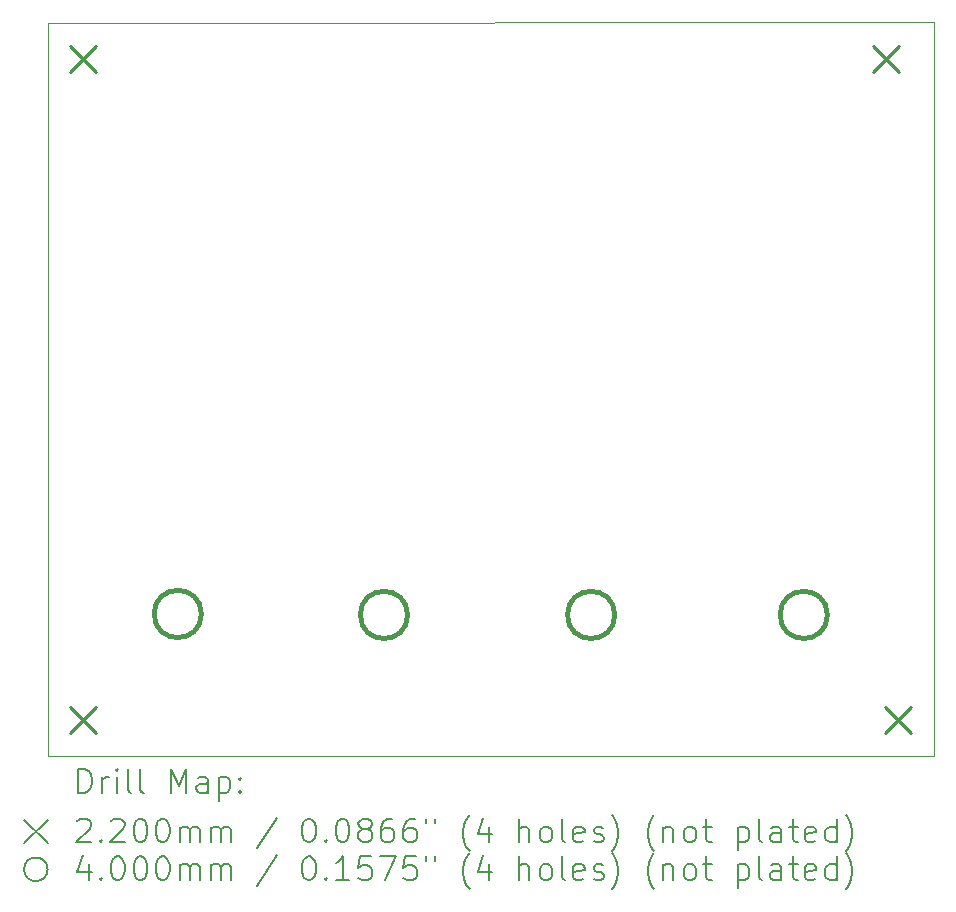
<source format=gbr>
%TF.GenerationSoftware,KiCad,Pcbnew,9.0.0*%
%TF.CreationDate,2025-03-03T22:53:20+00:00*%
%TF.ProjectId,controller,636f6e74-726f-46c6-9c65-722e6b696361,rev?*%
%TF.SameCoordinates,Original*%
%TF.FileFunction,Drillmap*%
%TF.FilePolarity,Positive*%
%FSLAX45Y45*%
G04 Gerber Fmt 4.5, Leading zero omitted, Abs format (unit mm)*
G04 Created by KiCad (PCBNEW 9.0.0) date 2025-03-03 22:53:20*
%MOMM*%
%LPD*%
G01*
G04 APERTURE LIST*
%ADD10C,0.038100*%
%ADD11C,0.200000*%
%ADD12C,0.220000*%
%ADD13C,0.400000*%
G04 APERTURE END LIST*
D10*
X18100000Y-11500000D02*
X18100000Y-5290000D01*
X10600000Y-5300000D02*
X10600000Y-11500000D01*
X10600000Y-11500000D02*
X18100000Y-11500000D01*
X10600000Y-5300000D02*
X18100000Y-5290000D01*
D11*
D12*
X10790000Y-5490000D02*
X11010000Y-5710000D01*
X11010000Y-5490000D02*
X10790000Y-5710000D01*
X10790000Y-11090000D02*
X11010000Y-11310000D01*
X11010000Y-11090000D02*
X10790000Y-11310000D01*
X17590000Y-5490000D02*
X17810000Y-5710000D01*
X17810000Y-5490000D02*
X17590000Y-5710000D01*
X17690000Y-11090000D02*
X17910000Y-11310000D01*
X17910000Y-11090000D02*
X17690000Y-11310000D01*
D13*
X11900000Y-10300000D02*
G75*
G02*
X11500000Y-10300000I-200000J0D01*
G01*
X11500000Y-10300000D02*
G75*
G02*
X11900000Y-10300000I200000J0D01*
G01*
X13646000Y-10308000D02*
G75*
G02*
X13246000Y-10308000I-200000J0D01*
G01*
X13246000Y-10308000D02*
G75*
G02*
X13646000Y-10308000I200000J0D01*
G01*
X15400000Y-10308000D02*
G75*
G02*
X15000000Y-10308000I-200000J0D01*
G01*
X15000000Y-10308000D02*
G75*
G02*
X15400000Y-10308000I200000J0D01*
G01*
X17200000Y-10308000D02*
G75*
G02*
X16800000Y-10308000I-200000J0D01*
G01*
X16800000Y-10308000D02*
G75*
G02*
X17200000Y-10308000I200000J0D01*
G01*
D11*
X10858872Y-11813389D02*
X10858872Y-11613389D01*
X10858872Y-11613389D02*
X10906491Y-11613389D01*
X10906491Y-11613389D02*
X10935062Y-11622913D01*
X10935062Y-11622913D02*
X10954110Y-11641960D01*
X10954110Y-11641960D02*
X10963634Y-11661008D01*
X10963634Y-11661008D02*
X10973158Y-11699103D01*
X10973158Y-11699103D02*
X10973158Y-11727674D01*
X10973158Y-11727674D02*
X10963634Y-11765770D01*
X10963634Y-11765770D02*
X10954110Y-11784817D01*
X10954110Y-11784817D02*
X10935062Y-11803865D01*
X10935062Y-11803865D02*
X10906491Y-11813389D01*
X10906491Y-11813389D02*
X10858872Y-11813389D01*
X11058872Y-11813389D02*
X11058872Y-11680055D01*
X11058872Y-11718151D02*
X11068396Y-11699103D01*
X11068396Y-11699103D02*
X11077919Y-11689579D01*
X11077919Y-11689579D02*
X11096967Y-11680055D01*
X11096967Y-11680055D02*
X11116015Y-11680055D01*
X11182681Y-11813389D02*
X11182681Y-11680055D01*
X11182681Y-11613389D02*
X11173158Y-11622913D01*
X11173158Y-11622913D02*
X11182681Y-11632436D01*
X11182681Y-11632436D02*
X11192205Y-11622913D01*
X11192205Y-11622913D02*
X11182681Y-11613389D01*
X11182681Y-11613389D02*
X11182681Y-11632436D01*
X11306491Y-11813389D02*
X11287443Y-11803865D01*
X11287443Y-11803865D02*
X11277919Y-11784817D01*
X11277919Y-11784817D02*
X11277919Y-11613389D01*
X11411253Y-11813389D02*
X11392205Y-11803865D01*
X11392205Y-11803865D02*
X11382681Y-11784817D01*
X11382681Y-11784817D02*
X11382681Y-11613389D01*
X11639824Y-11813389D02*
X11639824Y-11613389D01*
X11639824Y-11613389D02*
X11706491Y-11756246D01*
X11706491Y-11756246D02*
X11773157Y-11613389D01*
X11773157Y-11613389D02*
X11773157Y-11813389D01*
X11954110Y-11813389D02*
X11954110Y-11708627D01*
X11954110Y-11708627D02*
X11944586Y-11689579D01*
X11944586Y-11689579D02*
X11925538Y-11680055D01*
X11925538Y-11680055D02*
X11887443Y-11680055D01*
X11887443Y-11680055D02*
X11868396Y-11689579D01*
X11954110Y-11803865D02*
X11935062Y-11813389D01*
X11935062Y-11813389D02*
X11887443Y-11813389D01*
X11887443Y-11813389D02*
X11868396Y-11803865D01*
X11868396Y-11803865D02*
X11858872Y-11784817D01*
X11858872Y-11784817D02*
X11858872Y-11765770D01*
X11858872Y-11765770D02*
X11868396Y-11746722D01*
X11868396Y-11746722D02*
X11887443Y-11737198D01*
X11887443Y-11737198D02*
X11935062Y-11737198D01*
X11935062Y-11737198D02*
X11954110Y-11727674D01*
X12049348Y-11680055D02*
X12049348Y-11880055D01*
X12049348Y-11689579D02*
X12068396Y-11680055D01*
X12068396Y-11680055D02*
X12106491Y-11680055D01*
X12106491Y-11680055D02*
X12125538Y-11689579D01*
X12125538Y-11689579D02*
X12135062Y-11699103D01*
X12135062Y-11699103D02*
X12144586Y-11718151D01*
X12144586Y-11718151D02*
X12144586Y-11775293D01*
X12144586Y-11775293D02*
X12135062Y-11794341D01*
X12135062Y-11794341D02*
X12125538Y-11803865D01*
X12125538Y-11803865D02*
X12106491Y-11813389D01*
X12106491Y-11813389D02*
X12068396Y-11813389D01*
X12068396Y-11813389D02*
X12049348Y-11803865D01*
X12230300Y-11794341D02*
X12239824Y-11803865D01*
X12239824Y-11803865D02*
X12230300Y-11813389D01*
X12230300Y-11813389D02*
X12220777Y-11803865D01*
X12220777Y-11803865D02*
X12230300Y-11794341D01*
X12230300Y-11794341D02*
X12230300Y-11813389D01*
X12230300Y-11689579D02*
X12239824Y-11699103D01*
X12239824Y-11699103D02*
X12230300Y-11708627D01*
X12230300Y-11708627D02*
X12220777Y-11699103D01*
X12220777Y-11699103D02*
X12230300Y-11689579D01*
X12230300Y-11689579D02*
X12230300Y-11708627D01*
X10398095Y-12041905D02*
X10598095Y-12241905D01*
X10598095Y-12041905D02*
X10398095Y-12241905D01*
X10849348Y-12052436D02*
X10858872Y-12042913D01*
X10858872Y-12042913D02*
X10877919Y-12033389D01*
X10877919Y-12033389D02*
X10925539Y-12033389D01*
X10925539Y-12033389D02*
X10944586Y-12042913D01*
X10944586Y-12042913D02*
X10954110Y-12052436D01*
X10954110Y-12052436D02*
X10963634Y-12071484D01*
X10963634Y-12071484D02*
X10963634Y-12090532D01*
X10963634Y-12090532D02*
X10954110Y-12119103D01*
X10954110Y-12119103D02*
X10839824Y-12233389D01*
X10839824Y-12233389D02*
X10963634Y-12233389D01*
X11049348Y-12214341D02*
X11058872Y-12223865D01*
X11058872Y-12223865D02*
X11049348Y-12233389D01*
X11049348Y-12233389D02*
X11039824Y-12223865D01*
X11039824Y-12223865D02*
X11049348Y-12214341D01*
X11049348Y-12214341D02*
X11049348Y-12233389D01*
X11135062Y-12052436D02*
X11144586Y-12042913D01*
X11144586Y-12042913D02*
X11163634Y-12033389D01*
X11163634Y-12033389D02*
X11211253Y-12033389D01*
X11211253Y-12033389D02*
X11230300Y-12042913D01*
X11230300Y-12042913D02*
X11239824Y-12052436D01*
X11239824Y-12052436D02*
X11249348Y-12071484D01*
X11249348Y-12071484D02*
X11249348Y-12090532D01*
X11249348Y-12090532D02*
X11239824Y-12119103D01*
X11239824Y-12119103D02*
X11125539Y-12233389D01*
X11125539Y-12233389D02*
X11249348Y-12233389D01*
X11373157Y-12033389D02*
X11392205Y-12033389D01*
X11392205Y-12033389D02*
X11411253Y-12042913D01*
X11411253Y-12042913D02*
X11420777Y-12052436D01*
X11420777Y-12052436D02*
X11430300Y-12071484D01*
X11430300Y-12071484D02*
X11439824Y-12109579D01*
X11439824Y-12109579D02*
X11439824Y-12157198D01*
X11439824Y-12157198D02*
X11430300Y-12195293D01*
X11430300Y-12195293D02*
X11420777Y-12214341D01*
X11420777Y-12214341D02*
X11411253Y-12223865D01*
X11411253Y-12223865D02*
X11392205Y-12233389D01*
X11392205Y-12233389D02*
X11373157Y-12233389D01*
X11373157Y-12233389D02*
X11354110Y-12223865D01*
X11354110Y-12223865D02*
X11344586Y-12214341D01*
X11344586Y-12214341D02*
X11335062Y-12195293D01*
X11335062Y-12195293D02*
X11325538Y-12157198D01*
X11325538Y-12157198D02*
X11325538Y-12109579D01*
X11325538Y-12109579D02*
X11335062Y-12071484D01*
X11335062Y-12071484D02*
X11344586Y-12052436D01*
X11344586Y-12052436D02*
X11354110Y-12042913D01*
X11354110Y-12042913D02*
X11373157Y-12033389D01*
X11563634Y-12033389D02*
X11582681Y-12033389D01*
X11582681Y-12033389D02*
X11601729Y-12042913D01*
X11601729Y-12042913D02*
X11611253Y-12052436D01*
X11611253Y-12052436D02*
X11620777Y-12071484D01*
X11620777Y-12071484D02*
X11630300Y-12109579D01*
X11630300Y-12109579D02*
X11630300Y-12157198D01*
X11630300Y-12157198D02*
X11620777Y-12195293D01*
X11620777Y-12195293D02*
X11611253Y-12214341D01*
X11611253Y-12214341D02*
X11601729Y-12223865D01*
X11601729Y-12223865D02*
X11582681Y-12233389D01*
X11582681Y-12233389D02*
X11563634Y-12233389D01*
X11563634Y-12233389D02*
X11544586Y-12223865D01*
X11544586Y-12223865D02*
X11535062Y-12214341D01*
X11535062Y-12214341D02*
X11525538Y-12195293D01*
X11525538Y-12195293D02*
X11516015Y-12157198D01*
X11516015Y-12157198D02*
X11516015Y-12109579D01*
X11516015Y-12109579D02*
X11525538Y-12071484D01*
X11525538Y-12071484D02*
X11535062Y-12052436D01*
X11535062Y-12052436D02*
X11544586Y-12042913D01*
X11544586Y-12042913D02*
X11563634Y-12033389D01*
X11716015Y-12233389D02*
X11716015Y-12100055D01*
X11716015Y-12119103D02*
X11725538Y-12109579D01*
X11725538Y-12109579D02*
X11744586Y-12100055D01*
X11744586Y-12100055D02*
X11773158Y-12100055D01*
X11773158Y-12100055D02*
X11792205Y-12109579D01*
X11792205Y-12109579D02*
X11801729Y-12128627D01*
X11801729Y-12128627D02*
X11801729Y-12233389D01*
X11801729Y-12128627D02*
X11811253Y-12109579D01*
X11811253Y-12109579D02*
X11830300Y-12100055D01*
X11830300Y-12100055D02*
X11858872Y-12100055D01*
X11858872Y-12100055D02*
X11877919Y-12109579D01*
X11877919Y-12109579D02*
X11887443Y-12128627D01*
X11887443Y-12128627D02*
X11887443Y-12233389D01*
X11982681Y-12233389D02*
X11982681Y-12100055D01*
X11982681Y-12119103D02*
X11992205Y-12109579D01*
X11992205Y-12109579D02*
X12011253Y-12100055D01*
X12011253Y-12100055D02*
X12039824Y-12100055D01*
X12039824Y-12100055D02*
X12058872Y-12109579D01*
X12058872Y-12109579D02*
X12068396Y-12128627D01*
X12068396Y-12128627D02*
X12068396Y-12233389D01*
X12068396Y-12128627D02*
X12077919Y-12109579D01*
X12077919Y-12109579D02*
X12096967Y-12100055D01*
X12096967Y-12100055D02*
X12125538Y-12100055D01*
X12125538Y-12100055D02*
X12144586Y-12109579D01*
X12144586Y-12109579D02*
X12154110Y-12128627D01*
X12154110Y-12128627D02*
X12154110Y-12233389D01*
X12544586Y-12023865D02*
X12373158Y-12281008D01*
X12801729Y-12033389D02*
X12820777Y-12033389D01*
X12820777Y-12033389D02*
X12839824Y-12042913D01*
X12839824Y-12042913D02*
X12849348Y-12052436D01*
X12849348Y-12052436D02*
X12858872Y-12071484D01*
X12858872Y-12071484D02*
X12868396Y-12109579D01*
X12868396Y-12109579D02*
X12868396Y-12157198D01*
X12868396Y-12157198D02*
X12858872Y-12195293D01*
X12858872Y-12195293D02*
X12849348Y-12214341D01*
X12849348Y-12214341D02*
X12839824Y-12223865D01*
X12839824Y-12223865D02*
X12820777Y-12233389D01*
X12820777Y-12233389D02*
X12801729Y-12233389D01*
X12801729Y-12233389D02*
X12782681Y-12223865D01*
X12782681Y-12223865D02*
X12773158Y-12214341D01*
X12773158Y-12214341D02*
X12763634Y-12195293D01*
X12763634Y-12195293D02*
X12754110Y-12157198D01*
X12754110Y-12157198D02*
X12754110Y-12109579D01*
X12754110Y-12109579D02*
X12763634Y-12071484D01*
X12763634Y-12071484D02*
X12773158Y-12052436D01*
X12773158Y-12052436D02*
X12782681Y-12042913D01*
X12782681Y-12042913D02*
X12801729Y-12033389D01*
X12954110Y-12214341D02*
X12963634Y-12223865D01*
X12963634Y-12223865D02*
X12954110Y-12233389D01*
X12954110Y-12233389D02*
X12944586Y-12223865D01*
X12944586Y-12223865D02*
X12954110Y-12214341D01*
X12954110Y-12214341D02*
X12954110Y-12233389D01*
X13087443Y-12033389D02*
X13106491Y-12033389D01*
X13106491Y-12033389D02*
X13125539Y-12042913D01*
X13125539Y-12042913D02*
X13135062Y-12052436D01*
X13135062Y-12052436D02*
X13144586Y-12071484D01*
X13144586Y-12071484D02*
X13154110Y-12109579D01*
X13154110Y-12109579D02*
X13154110Y-12157198D01*
X13154110Y-12157198D02*
X13144586Y-12195293D01*
X13144586Y-12195293D02*
X13135062Y-12214341D01*
X13135062Y-12214341D02*
X13125539Y-12223865D01*
X13125539Y-12223865D02*
X13106491Y-12233389D01*
X13106491Y-12233389D02*
X13087443Y-12233389D01*
X13087443Y-12233389D02*
X13068396Y-12223865D01*
X13068396Y-12223865D02*
X13058872Y-12214341D01*
X13058872Y-12214341D02*
X13049348Y-12195293D01*
X13049348Y-12195293D02*
X13039824Y-12157198D01*
X13039824Y-12157198D02*
X13039824Y-12109579D01*
X13039824Y-12109579D02*
X13049348Y-12071484D01*
X13049348Y-12071484D02*
X13058872Y-12052436D01*
X13058872Y-12052436D02*
X13068396Y-12042913D01*
X13068396Y-12042913D02*
X13087443Y-12033389D01*
X13268396Y-12119103D02*
X13249348Y-12109579D01*
X13249348Y-12109579D02*
X13239824Y-12100055D01*
X13239824Y-12100055D02*
X13230301Y-12081008D01*
X13230301Y-12081008D02*
X13230301Y-12071484D01*
X13230301Y-12071484D02*
X13239824Y-12052436D01*
X13239824Y-12052436D02*
X13249348Y-12042913D01*
X13249348Y-12042913D02*
X13268396Y-12033389D01*
X13268396Y-12033389D02*
X13306491Y-12033389D01*
X13306491Y-12033389D02*
X13325539Y-12042913D01*
X13325539Y-12042913D02*
X13335062Y-12052436D01*
X13335062Y-12052436D02*
X13344586Y-12071484D01*
X13344586Y-12071484D02*
X13344586Y-12081008D01*
X13344586Y-12081008D02*
X13335062Y-12100055D01*
X13335062Y-12100055D02*
X13325539Y-12109579D01*
X13325539Y-12109579D02*
X13306491Y-12119103D01*
X13306491Y-12119103D02*
X13268396Y-12119103D01*
X13268396Y-12119103D02*
X13249348Y-12128627D01*
X13249348Y-12128627D02*
X13239824Y-12138151D01*
X13239824Y-12138151D02*
X13230301Y-12157198D01*
X13230301Y-12157198D02*
X13230301Y-12195293D01*
X13230301Y-12195293D02*
X13239824Y-12214341D01*
X13239824Y-12214341D02*
X13249348Y-12223865D01*
X13249348Y-12223865D02*
X13268396Y-12233389D01*
X13268396Y-12233389D02*
X13306491Y-12233389D01*
X13306491Y-12233389D02*
X13325539Y-12223865D01*
X13325539Y-12223865D02*
X13335062Y-12214341D01*
X13335062Y-12214341D02*
X13344586Y-12195293D01*
X13344586Y-12195293D02*
X13344586Y-12157198D01*
X13344586Y-12157198D02*
X13335062Y-12138151D01*
X13335062Y-12138151D02*
X13325539Y-12128627D01*
X13325539Y-12128627D02*
X13306491Y-12119103D01*
X13516015Y-12033389D02*
X13477920Y-12033389D01*
X13477920Y-12033389D02*
X13458872Y-12042913D01*
X13458872Y-12042913D02*
X13449348Y-12052436D01*
X13449348Y-12052436D02*
X13430301Y-12081008D01*
X13430301Y-12081008D02*
X13420777Y-12119103D01*
X13420777Y-12119103D02*
X13420777Y-12195293D01*
X13420777Y-12195293D02*
X13430301Y-12214341D01*
X13430301Y-12214341D02*
X13439824Y-12223865D01*
X13439824Y-12223865D02*
X13458872Y-12233389D01*
X13458872Y-12233389D02*
X13496967Y-12233389D01*
X13496967Y-12233389D02*
X13516015Y-12223865D01*
X13516015Y-12223865D02*
X13525539Y-12214341D01*
X13525539Y-12214341D02*
X13535062Y-12195293D01*
X13535062Y-12195293D02*
X13535062Y-12147674D01*
X13535062Y-12147674D02*
X13525539Y-12128627D01*
X13525539Y-12128627D02*
X13516015Y-12119103D01*
X13516015Y-12119103D02*
X13496967Y-12109579D01*
X13496967Y-12109579D02*
X13458872Y-12109579D01*
X13458872Y-12109579D02*
X13439824Y-12119103D01*
X13439824Y-12119103D02*
X13430301Y-12128627D01*
X13430301Y-12128627D02*
X13420777Y-12147674D01*
X13706491Y-12033389D02*
X13668396Y-12033389D01*
X13668396Y-12033389D02*
X13649348Y-12042913D01*
X13649348Y-12042913D02*
X13639824Y-12052436D01*
X13639824Y-12052436D02*
X13620777Y-12081008D01*
X13620777Y-12081008D02*
X13611253Y-12119103D01*
X13611253Y-12119103D02*
X13611253Y-12195293D01*
X13611253Y-12195293D02*
X13620777Y-12214341D01*
X13620777Y-12214341D02*
X13630301Y-12223865D01*
X13630301Y-12223865D02*
X13649348Y-12233389D01*
X13649348Y-12233389D02*
X13687443Y-12233389D01*
X13687443Y-12233389D02*
X13706491Y-12223865D01*
X13706491Y-12223865D02*
X13716015Y-12214341D01*
X13716015Y-12214341D02*
X13725539Y-12195293D01*
X13725539Y-12195293D02*
X13725539Y-12147674D01*
X13725539Y-12147674D02*
X13716015Y-12128627D01*
X13716015Y-12128627D02*
X13706491Y-12119103D01*
X13706491Y-12119103D02*
X13687443Y-12109579D01*
X13687443Y-12109579D02*
X13649348Y-12109579D01*
X13649348Y-12109579D02*
X13630301Y-12119103D01*
X13630301Y-12119103D02*
X13620777Y-12128627D01*
X13620777Y-12128627D02*
X13611253Y-12147674D01*
X13801729Y-12033389D02*
X13801729Y-12071484D01*
X13877920Y-12033389D02*
X13877920Y-12071484D01*
X14173158Y-12309579D02*
X14163634Y-12300055D01*
X14163634Y-12300055D02*
X14144586Y-12271484D01*
X14144586Y-12271484D02*
X14135063Y-12252436D01*
X14135063Y-12252436D02*
X14125539Y-12223865D01*
X14125539Y-12223865D02*
X14116015Y-12176246D01*
X14116015Y-12176246D02*
X14116015Y-12138151D01*
X14116015Y-12138151D02*
X14125539Y-12090532D01*
X14125539Y-12090532D02*
X14135063Y-12061960D01*
X14135063Y-12061960D02*
X14144586Y-12042913D01*
X14144586Y-12042913D02*
X14163634Y-12014341D01*
X14163634Y-12014341D02*
X14173158Y-12004817D01*
X14335063Y-12100055D02*
X14335063Y-12233389D01*
X14287443Y-12023865D02*
X14239824Y-12166722D01*
X14239824Y-12166722D02*
X14363634Y-12166722D01*
X14592205Y-12233389D02*
X14592205Y-12033389D01*
X14677920Y-12233389D02*
X14677920Y-12128627D01*
X14677920Y-12128627D02*
X14668396Y-12109579D01*
X14668396Y-12109579D02*
X14649348Y-12100055D01*
X14649348Y-12100055D02*
X14620777Y-12100055D01*
X14620777Y-12100055D02*
X14601729Y-12109579D01*
X14601729Y-12109579D02*
X14592205Y-12119103D01*
X14801729Y-12233389D02*
X14782682Y-12223865D01*
X14782682Y-12223865D02*
X14773158Y-12214341D01*
X14773158Y-12214341D02*
X14763634Y-12195293D01*
X14763634Y-12195293D02*
X14763634Y-12138151D01*
X14763634Y-12138151D02*
X14773158Y-12119103D01*
X14773158Y-12119103D02*
X14782682Y-12109579D01*
X14782682Y-12109579D02*
X14801729Y-12100055D01*
X14801729Y-12100055D02*
X14830301Y-12100055D01*
X14830301Y-12100055D02*
X14849348Y-12109579D01*
X14849348Y-12109579D02*
X14858872Y-12119103D01*
X14858872Y-12119103D02*
X14868396Y-12138151D01*
X14868396Y-12138151D02*
X14868396Y-12195293D01*
X14868396Y-12195293D02*
X14858872Y-12214341D01*
X14858872Y-12214341D02*
X14849348Y-12223865D01*
X14849348Y-12223865D02*
X14830301Y-12233389D01*
X14830301Y-12233389D02*
X14801729Y-12233389D01*
X14982682Y-12233389D02*
X14963634Y-12223865D01*
X14963634Y-12223865D02*
X14954110Y-12204817D01*
X14954110Y-12204817D02*
X14954110Y-12033389D01*
X15135063Y-12223865D02*
X15116015Y-12233389D01*
X15116015Y-12233389D02*
X15077920Y-12233389D01*
X15077920Y-12233389D02*
X15058872Y-12223865D01*
X15058872Y-12223865D02*
X15049348Y-12204817D01*
X15049348Y-12204817D02*
X15049348Y-12128627D01*
X15049348Y-12128627D02*
X15058872Y-12109579D01*
X15058872Y-12109579D02*
X15077920Y-12100055D01*
X15077920Y-12100055D02*
X15116015Y-12100055D01*
X15116015Y-12100055D02*
X15135063Y-12109579D01*
X15135063Y-12109579D02*
X15144586Y-12128627D01*
X15144586Y-12128627D02*
X15144586Y-12147674D01*
X15144586Y-12147674D02*
X15049348Y-12166722D01*
X15220777Y-12223865D02*
X15239825Y-12233389D01*
X15239825Y-12233389D02*
X15277920Y-12233389D01*
X15277920Y-12233389D02*
X15296967Y-12223865D01*
X15296967Y-12223865D02*
X15306491Y-12204817D01*
X15306491Y-12204817D02*
X15306491Y-12195293D01*
X15306491Y-12195293D02*
X15296967Y-12176246D01*
X15296967Y-12176246D02*
X15277920Y-12166722D01*
X15277920Y-12166722D02*
X15249348Y-12166722D01*
X15249348Y-12166722D02*
X15230301Y-12157198D01*
X15230301Y-12157198D02*
X15220777Y-12138151D01*
X15220777Y-12138151D02*
X15220777Y-12128627D01*
X15220777Y-12128627D02*
X15230301Y-12109579D01*
X15230301Y-12109579D02*
X15249348Y-12100055D01*
X15249348Y-12100055D02*
X15277920Y-12100055D01*
X15277920Y-12100055D02*
X15296967Y-12109579D01*
X15373158Y-12309579D02*
X15382682Y-12300055D01*
X15382682Y-12300055D02*
X15401729Y-12271484D01*
X15401729Y-12271484D02*
X15411253Y-12252436D01*
X15411253Y-12252436D02*
X15420777Y-12223865D01*
X15420777Y-12223865D02*
X15430301Y-12176246D01*
X15430301Y-12176246D02*
X15430301Y-12138151D01*
X15430301Y-12138151D02*
X15420777Y-12090532D01*
X15420777Y-12090532D02*
X15411253Y-12061960D01*
X15411253Y-12061960D02*
X15401729Y-12042913D01*
X15401729Y-12042913D02*
X15382682Y-12014341D01*
X15382682Y-12014341D02*
X15373158Y-12004817D01*
X15735063Y-12309579D02*
X15725539Y-12300055D01*
X15725539Y-12300055D02*
X15706491Y-12271484D01*
X15706491Y-12271484D02*
X15696967Y-12252436D01*
X15696967Y-12252436D02*
X15687444Y-12223865D01*
X15687444Y-12223865D02*
X15677920Y-12176246D01*
X15677920Y-12176246D02*
X15677920Y-12138151D01*
X15677920Y-12138151D02*
X15687444Y-12090532D01*
X15687444Y-12090532D02*
X15696967Y-12061960D01*
X15696967Y-12061960D02*
X15706491Y-12042913D01*
X15706491Y-12042913D02*
X15725539Y-12014341D01*
X15725539Y-12014341D02*
X15735063Y-12004817D01*
X15811253Y-12100055D02*
X15811253Y-12233389D01*
X15811253Y-12119103D02*
X15820777Y-12109579D01*
X15820777Y-12109579D02*
X15839825Y-12100055D01*
X15839825Y-12100055D02*
X15868396Y-12100055D01*
X15868396Y-12100055D02*
X15887444Y-12109579D01*
X15887444Y-12109579D02*
X15896967Y-12128627D01*
X15896967Y-12128627D02*
X15896967Y-12233389D01*
X16020777Y-12233389D02*
X16001729Y-12223865D01*
X16001729Y-12223865D02*
X15992206Y-12214341D01*
X15992206Y-12214341D02*
X15982682Y-12195293D01*
X15982682Y-12195293D02*
X15982682Y-12138151D01*
X15982682Y-12138151D02*
X15992206Y-12119103D01*
X15992206Y-12119103D02*
X16001729Y-12109579D01*
X16001729Y-12109579D02*
X16020777Y-12100055D01*
X16020777Y-12100055D02*
X16049348Y-12100055D01*
X16049348Y-12100055D02*
X16068396Y-12109579D01*
X16068396Y-12109579D02*
X16077920Y-12119103D01*
X16077920Y-12119103D02*
X16087444Y-12138151D01*
X16087444Y-12138151D02*
X16087444Y-12195293D01*
X16087444Y-12195293D02*
X16077920Y-12214341D01*
X16077920Y-12214341D02*
X16068396Y-12223865D01*
X16068396Y-12223865D02*
X16049348Y-12233389D01*
X16049348Y-12233389D02*
X16020777Y-12233389D01*
X16144587Y-12100055D02*
X16220777Y-12100055D01*
X16173158Y-12033389D02*
X16173158Y-12204817D01*
X16173158Y-12204817D02*
X16182682Y-12223865D01*
X16182682Y-12223865D02*
X16201729Y-12233389D01*
X16201729Y-12233389D02*
X16220777Y-12233389D01*
X16439825Y-12100055D02*
X16439825Y-12300055D01*
X16439825Y-12109579D02*
X16458872Y-12100055D01*
X16458872Y-12100055D02*
X16496968Y-12100055D01*
X16496968Y-12100055D02*
X16516015Y-12109579D01*
X16516015Y-12109579D02*
X16525539Y-12119103D01*
X16525539Y-12119103D02*
X16535063Y-12138151D01*
X16535063Y-12138151D02*
X16535063Y-12195293D01*
X16535063Y-12195293D02*
X16525539Y-12214341D01*
X16525539Y-12214341D02*
X16516015Y-12223865D01*
X16516015Y-12223865D02*
X16496968Y-12233389D01*
X16496968Y-12233389D02*
X16458872Y-12233389D01*
X16458872Y-12233389D02*
X16439825Y-12223865D01*
X16649348Y-12233389D02*
X16630301Y-12223865D01*
X16630301Y-12223865D02*
X16620777Y-12204817D01*
X16620777Y-12204817D02*
X16620777Y-12033389D01*
X16811253Y-12233389D02*
X16811253Y-12128627D01*
X16811253Y-12128627D02*
X16801730Y-12109579D01*
X16801730Y-12109579D02*
X16782682Y-12100055D01*
X16782682Y-12100055D02*
X16744587Y-12100055D01*
X16744587Y-12100055D02*
X16725539Y-12109579D01*
X16811253Y-12223865D02*
X16792206Y-12233389D01*
X16792206Y-12233389D02*
X16744587Y-12233389D01*
X16744587Y-12233389D02*
X16725539Y-12223865D01*
X16725539Y-12223865D02*
X16716015Y-12204817D01*
X16716015Y-12204817D02*
X16716015Y-12185770D01*
X16716015Y-12185770D02*
X16725539Y-12166722D01*
X16725539Y-12166722D02*
X16744587Y-12157198D01*
X16744587Y-12157198D02*
X16792206Y-12157198D01*
X16792206Y-12157198D02*
X16811253Y-12147674D01*
X16877920Y-12100055D02*
X16954110Y-12100055D01*
X16906491Y-12033389D02*
X16906491Y-12204817D01*
X16906491Y-12204817D02*
X16916015Y-12223865D01*
X16916015Y-12223865D02*
X16935063Y-12233389D01*
X16935063Y-12233389D02*
X16954110Y-12233389D01*
X17096968Y-12223865D02*
X17077920Y-12233389D01*
X17077920Y-12233389D02*
X17039825Y-12233389D01*
X17039825Y-12233389D02*
X17020777Y-12223865D01*
X17020777Y-12223865D02*
X17011253Y-12204817D01*
X17011253Y-12204817D02*
X17011253Y-12128627D01*
X17011253Y-12128627D02*
X17020777Y-12109579D01*
X17020777Y-12109579D02*
X17039825Y-12100055D01*
X17039825Y-12100055D02*
X17077920Y-12100055D01*
X17077920Y-12100055D02*
X17096968Y-12109579D01*
X17096968Y-12109579D02*
X17106491Y-12128627D01*
X17106491Y-12128627D02*
X17106491Y-12147674D01*
X17106491Y-12147674D02*
X17011253Y-12166722D01*
X17277920Y-12233389D02*
X17277920Y-12033389D01*
X17277920Y-12223865D02*
X17258872Y-12233389D01*
X17258872Y-12233389D02*
X17220777Y-12233389D01*
X17220777Y-12233389D02*
X17201730Y-12223865D01*
X17201730Y-12223865D02*
X17192206Y-12214341D01*
X17192206Y-12214341D02*
X17182682Y-12195293D01*
X17182682Y-12195293D02*
X17182682Y-12138151D01*
X17182682Y-12138151D02*
X17192206Y-12119103D01*
X17192206Y-12119103D02*
X17201730Y-12109579D01*
X17201730Y-12109579D02*
X17220777Y-12100055D01*
X17220777Y-12100055D02*
X17258872Y-12100055D01*
X17258872Y-12100055D02*
X17277920Y-12109579D01*
X17354111Y-12309579D02*
X17363634Y-12300055D01*
X17363634Y-12300055D02*
X17382682Y-12271484D01*
X17382682Y-12271484D02*
X17392206Y-12252436D01*
X17392206Y-12252436D02*
X17401730Y-12223865D01*
X17401730Y-12223865D02*
X17411253Y-12176246D01*
X17411253Y-12176246D02*
X17411253Y-12138151D01*
X17411253Y-12138151D02*
X17401730Y-12090532D01*
X17401730Y-12090532D02*
X17392206Y-12061960D01*
X17392206Y-12061960D02*
X17382682Y-12042913D01*
X17382682Y-12042913D02*
X17363634Y-12014341D01*
X17363634Y-12014341D02*
X17354111Y-12004817D01*
X10598095Y-12461905D02*
G75*
G02*
X10398095Y-12461905I-100000J0D01*
G01*
X10398095Y-12461905D02*
G75*
G02*
X10598095Y-12461905I100000J0D01*
G01*
X10944586Y-12420055D02*
X10944586Y-12553389D01*
X10896967Y-12343865D02*
X10849348Y-12486722D01*
X10849348Y-12486722D02*
X10973158Y-12486722D01*
X11049348Y-12534341D02*
X11058872Y-12543865D01*
X11058872Y-12543865D02*
X11049348Y-12553389D01*
X11049348Y-12553389D02*
X11039824Y-12543865D01*
X11039824Y-12543865D02*
X11049348Y-12534341D01*
X11049348Y-12534341D02*
X11049348Y-12553389D01*
X11182681Y-12353389D02*
X11201729Y-12353389D01*
X11201729Y-12353389D02*
X11220777Y-12362913D01*
X11220777Y-12362913D02*
X11230300Y-12372436D01*
X11230300Y-12372436D02*
X11239824Y-12391484D01*
X11239824Y-12391484D02*
X11249348Y-12429579D01*
X11249348Y-12429579D02*
X11249348Y-12477198D01*
X11249348Y-12477198D02*
X11239824Y-12515293D01*
X11239824Y-12515293D02*
X11230300Y-12534341D01*
X11230300Y-12534341D02*
X11220777Y-12543865D01*
X11220777Y-12543865D02*
X11201729Y-12553389D01*
X11201729Y-12553389D02*
X11182681Y-12553389D01*
X11182681Y-12553389D02*
X11163634Y-12543865D01*
X11163634Y-12543865D02*
X11154110Y-12534341D01*
X11154110Y-12534341D02*
X11144586Y-12515293D01*
X11144586Y-12515293D02*
X11135062Y-12477198D01*
X11135062Y-12477198D02*
X11135062Y-12429579D01*
X11135062Y-12429579D02*
X11144586Y-12391484D01*
X11144586Y-12391484D02*
X11154110Y-12372436D01*
X11154110Y-12372436D02*
X11163634Y-12362913D01*
X11163634Y-12362913D02*
X11182681Y-12353389D01*
X11373157Y-12353389D02*
X11392205Y-12353389D01*
X11392205Y-12353389D02*
X11411253Y-12362913D01*
X11411253Y-12362913D02*
X11420777Y-12372436D01*
X11420777Y-12372436D02*
X11430300Y-12391484D01*
X11430300Y-12391484D02*
X11439824Y-12429579D01*
X11439824Y-12429579D02*
X11439824Y-12477198D01*
X11439824Y-12477198D02*
X11430300Y-12515293D01*
X11430300Y-12515293D02*
X11420777Y-12534341D01*
X11420777Y-12534341D02*
X11411253Y-12543865D01*
X11411253Y-12543865D02*
X11392205Y-12553389D01*
X11392205Y-12553389D02*
X11373157Y-12553389D01*
X11373157Y-12553389D02*
X11354110Y-12543865D01*
X11354110Y-12543865D02*
X11344586Y-12534341D01*
X11344586Y-12534341D02*
X11335062Y-12515293D01*
X11335062Y-12515293D02*
X11325538Y-12477198D01*
X11325538Y-12477198D02*
X11325538Y-12429579D01*
X11325538Y-12429579D02*
X11335062Y-12391484D01*
X11335062Y-12391484D02*
X11344586Y-12372436D01*
X11344586Y-12372436D02*
X11354110Y-12362913D01*
X11354110Y-12362913D02*
X11373157Y-12353389D01*
X11563634Y-12353389D02*
X11582681Y-12353389D01*
X11582681Y-12353389D02*
X11601729Y-12362913D01*
X11601729Y-12362913D02*
X11611253Y-12372436D01*
X11611253Y-12372436D02*
X11620777Y-12391484D01*
X11620777Y-12391484D02*
X11630300Y-12429579D01*
X11630300Y-12429579D02*
X11630300Y-12477198D01*
X11630300Y-12477198D02*
X11620777Y-12515293D01*
X11620777Y-12515293D02*
X11611253Y-12534341D01*
X11611253Y-12534341D02*
X11601729Y-12543865D01*
X11601729Y-12543865D02*
X11582681Y-12553389D01*
X11582681Y-12553389D02*
X11563634Y-12553389D01*
X11563634Y-12553389D02*
X11544586Y-12543865D01*
X11544586Y-12543865D02*
X11535062Y-12534341D01*
X11535062Y-12534341D02*
X11525538Y-12515293D01*
X11525538Y-12515293D02*
X11516015Y-12477198D01*
X11516015Y-12477198D02*
X11516015Y-12429579D01*
X11516015Y-12429579D02*
X11525538Y-12391484D01*
X11525538Y-12391484D02*
X11535062Y-12372436D01*
X11535062Y-12372436D02*
X11544586Y-12362913D01*
X11544586Y-12362913D02*
X11563634Y-12353389D01*
X11716015Y-12553389D02*
X11716015Y-12420055D01*
X11716015Y-12439103D02*
X11725538Y-12429579D01*
X11725538Y-12429579D02*
X11744586Y-12420055D01*
X11744586Y-12420055D02*
X11773158Y-12420055D01*
X11773158Y-12420055D02*
X11792205Y-12429579D01*
X11792205Y-12429579D02*
X11801729Y-12448627D01*
X11801729Y-12448627D02*
X11801729Y-12553389D01*
X11801729Y-12448627D02*
X11811253Y-12429579D01*
X11811253Y-12429579D02*
X11830300Y-12420055D01*
X11830300Y-12420055D02*
X11858872Y-12420055D01*
X11858872Y-12420055D02*
X11877919Y-12429579D01*
X11877919Y-12429579D02*
X11887443Y-12448627D01*
X11887443Y-12448627D02*
X11887443Y-12553389D01*
X11982681Y-12553389D02*
X11982681Y-12420055D01*
X11982681Y-12439103D02*
X11992205Y-12429579D01*
X11992205Y-12429579D02*
X12011253Y-12420055D01*
X12011253Y-12420055D02*
X12039824Y-12420055D01*
X12039824Y-12420055D02*
X12058872Y-12429579D01*
X12058872Y-12429579D02*
X12068396Y-12448627D01*
X12068396Y-12448627D02*
X12068396Y-12553389D01*
X12068396Y-12448627D02*
X12077919Y-12429579D01*
X12077919Y-12429579D02*
X12096967Y-12420055D01*
X12096967Y-12420055D02*
X12125538Y-12420055D01*
X12125538Y-12420055D02*
X12144586Y-12429579D01*
X12144586Y-12429579D02*
X12154110Y-12448627D01*
X12154110Y-12448627D02*
X12154110Y-12553389D01*
X12544586Y-12343865D02*
X12373158Y-12601008D01*
X12801729Y-12353389D02*
X12820777Y-12353389D01*
X12820777Y-12353389D02*
X12839824Y-12362913D01*
X12839824Y-12362913D02*
X12849348Y-12372436D01*
X12849348Y-12372436D02*
X12858872Y-12391484D01*
X12858872Y-12391484D02*
X12868396Y-12429579D01*
X12868396Y-12429579D02*
X12868396Y-12477198D01*
X12868396Y-12477198D02*
X12858872Y-12515293D01*
X12858872Y-12515293D02*
X12849348Y-12534341D01*
X12849348Y-12534341D02*
X12839824Y-12543865D01*
X12839824Y-12543865D02*
X12820777Y-12553389D01*
X12820777Y-12553389D02*
X12801729Y-12553389D01*
X12801729Y-12553389D02*
X12782681Y-12543865D01*
X12782681Y-12543865D02*
X12773158Y-12534341D01*
X12773158Y-12534341D02*
X12763634Y-12515293D01*
X12763634Y-12515293D02*
X12754110Y-12477198D01*
X12754110Y-12477198D02*
X12754110Y-12429579D01*
X12754110Y-12429579D02*
X12763634Y-12391484D01*
X12763634Y-12391484D02*
X12773158Y-12372436D01*
X12773158Y-12372436D02*
X12782681Y-12362913D01*
X12782681Y-12362913D02*
X12801729Y-12353389D01*
X12954110Y-12534341D02*
X12963634Y-12543865D01*
X12963634Y-12543865D02*
X12954110Y-12553389D01*
X12954110Y-12553389D02*
X12944586Y-12543865D01*
X12944586Y-12543865D02*
X12954110Y-12534341D01*
X12954110Y-12534341D02*
X12954110Y-12553389D01*
X13154110Y-12553389D02*
X13039824Y-12553389D01*
X13096967Y-12553389D02*
X13096967Y-12353389D01*
X13096967Y-12353389D02*
X13077920Y-12381960D01*
X13077920Y-12381960D02*
X13058872Y-12401008D01*
X13058872Y-12401008D02*
X13039824Y-12410532D01*
X13335062Y-12353389D02*
X13239824Y-12353389D01*
X13239824Y-12353389D02*
X13230301Y-12448627D01*
X13230301Y-12448627D02*
X13239824Y-12439103D01*
X13239824Y-12439103D02*
X13258872Y-12429579D01*
X13258872Y-12429579D02*
X13306491Y-12429579D01*
X13306491Y-12429579D02*
X13325539Y-12439103D01*
X13325539Y-12439103D02*
X13335062Y-12448627D01*
X13335062Y-12448627D02*
X13344586Y-12467674D01*
X13344586Y-12467674D02*
X13344586Y-12515293D01*
X13344586Y-12515293D02*
X13335062Y-12534341D01*
X13335062Y-12534341D02*
X13325539Y-12543865D01*
X13325539Y-12543865D02*
X13306491Y-12553389D01*
X13306491Y-12553389D02*
X13258872Y-12553389D01*
X13258872Y-12553389D02*
X13239824Y-12543865D01*
X13239824Y-12543865D02*
X13230301Y-12534341D01*
X13411253Y-12353389D02*
X13544586Y-12353389D01*
X13544586Y-12353389D02*
X13458872Y-12553389D01*
X13716015Y-12353389D02*
X13620777Y-12353389D01*
X13620777Y-12353389D02*
X13611253Y-12448627D01*
X13611253Y-12448627D02*
X13620777Y-12439103D01*
X13620777Y-12439103D02*
X13639824Y-12429579D01*
X13639824Y-12429579D02*
X13687443Y-12429579D01*
X13687443Y-12429579D02*
X13706491Y-12439103D01*
X13706491Y-12439103D02*
X13716015Y-12448627D01*
X13716015Y-12448627D02*
X13725539Y-12467674D01*
X13725539Y-12467674D02*
X13725539Y-12515293D01*
X13725539Y-12515293D02*
X13716015Y-12534341D01*
X13716015Y-12534341D02*
X13706491Y-12543865D01*
X13706491Y-12543865D02*
X13687443Y-12553389D01*
X13687443Y-12553389D02*
X13639824Y-12553389D01*
X13639824Y-12553389D02*
X13620777Y-12543865D01*
X13620777Y-12543865D02*
X13611253Y-12534341D01*
X13801729Y-12353389D02*
X13801729Y-12391484D01*
X13877920Y-12353389D02*
X13877920Y-12391484D01*
X14173158Y-12629579D02*
X14163634Y-12620055D01*
X14163634Y-12620055D02*
X14144586Y-12591484D01*
X14144586Y-12591484D02*
X14135063Y-12572436D01*
X14135063Y-12572436D02*
X14125539Y-12543865D01*
X14125539Y-12543865D02*
X14116015Y-12496246D01*
X14116015Y-12496246D02*
X14116015Y-12458151D01*
X14116015Y-12458151D02*
X14125539Y-12410532D01*
X14125539Y-12410532D02*
X14135063Y-12381960D01*
X14135063Y-12381960D02*
X14144586Y-12362913D01*
X14144586Y-12362913D02*
X14163634Y-12334341D01*
X14163634Y-12334341D02*
X14173158Y-12324817D01*
X14335063Y-12420055D02*
X14335063Y-12553389D01*
X14287443Y-12343865D02*
X14239824Y-12486722D01*
X14239824Y-12486722D02*
X14363634Y-12486722D01*
X14592205Y-12553389D02*
X14592205Y-12353389D01*
X14677920Y-12553389D02*
X14677920Y-12448627D01*
X14677920Y-12448627D02*
X14668396Y-12429579D01*
X14668396Y-12429579D02*
X14649348Y-12420055D01*
X14649348Y-12420055D02*
X14620777Y-12420055D01*
X14620777Y-12420055D02*
X14601729Y-12429579D01*
X14601729Y-12429579D02*
X14592205Y-12439103D01*
X14801729Y-12553389D02*
X14782682Y-12543865D01*
X14782682Y-12543865D02*
X14773158Y-12534341D01*
X14773158Y-12534341D02*
X14763634Y-12515293D01*
X14763634Y-12515293D02*
X14763634Y-12458151D01*
X14763634Y-12458151D02*
X14773158Y-12439103D01*
X14773158Y-12439103D02*
X14782682Y-12429579D01*
X14782682Y-12429579D02*
X14801729Y-12420055D01*
X14801729Y-12420055D02*
X14830301Y-12420055D01*
X14830301Y-12420055D02*
X14849348Y-12429579D01*
X14849348Y-12429579D02*
X14858872Y-12439103D01*
X14858872Y-12439103D02*
X14868396Y-12458151D01*
X14868396Y-12458151D02*
X14868396Y-12515293D01*
X14868396Y-12515293D02*
X14858872Y-12534341D01*
X14858872Y-12534341D02*
X14849348Y-12543865D01*
X14849348Y-12543865D02*
X14830301Y-12553389D01*
X14830301Y-12553389D02*
X14801729Y-12553389D01*
X14982682Y-12553389D02*
X14963634Y-12543865D01*
X14963634Y-12543865D02*
X14954110Y-12524817D01*
X14954110Y-12524817D02*
X14954110Y-12353389D01*
X15135063Y-12543865D02*
X15116015Y-12553389D01*
X15116015Y-12553389D02*
X15077920Y-12553389D01*
X15077920Y-12553389D02*
X15058872Y-12543865D01*
X15058872Y-12543865D02*
X15049348Y-12524817D01*
X15049348Y-12524817D02*
X15049348Y-12448627D01*
X15049348Y-12448627D02*
X15058872Y-12429579D01*
X15058872Y-12429579D02*
X15077920Y-12420055D01*
X15077920Y-12420055D02*
X15116015Y-12420055D01*
X15116015Y-12420055D02*
X15135063Y-12429579D01*
X15135063Y-12429579D02*
X15144586Y-12448627D01*
X15144586Y-12448627D02*
X15144586Y-12467674D01*
X15144586Y-12467674D02*
X15049348Y-12486722D01*
X15220777Y-12543865D02*
X15239825Y-12553389D01*
X15239825Y-12553389D02*
X15277920Y-12553389D01*
X15277920Y-12553389D02*
X15296967Y-12543865D01*
X15296967Y-12543865D02*
X15306491Y-12524817D01*
X15306491Y-12524817D02*
X15306491Y-12515293D01*
X15306491Y-12515293D02*
X15296967Y-12496246D01*
X15296967Y-12496246D02*
X15277920Y-12486722D01*
X15277920Y-12486722D02*
X15249348Y-12486722D01*
X15249348Y-12486722D02*
X15230301Y-12477198D01*
X15230301Y-12477198D02*
X15220777Y-12458151D01*
X15220777Y-12458151D02*
X15220777Y-12448627D01*
X15220777Y-12448627D02*
X15230301Y-12429579D01*
X15230301Y-12429579D02*
X15249348Y-12420055D01*
X15249348Y-12420055D02*
X15277920Y-12420055D01*
X15277920Y-12420055D02*
X15296967Y-12429579D01*
X15373158Y-12629579D02*
X15382682Y-12620055D01*
X15382682Y-12620055D02*
X15401729Y-12591484D01*
X15401729Y-12591484D02*
X15411253Y-12572436D01*
X15411253Y-12572436D02*
X15420777Y-12543865D01*
X15420777Y-12543865D02*
X15430301Y-12496246D01*
X15430301Y-12496246D02*
X15430301Y-12458151D01*
X15430301Y-12458151D02*
X15420777Y-12410532D01*
X15420777Y-12410532D02*
X15411253Y-12381960D01*
X15411253Y-12381960D02*
X15401729Y-12362913D01*
X15401729Y-12362913D02*
X15382682Y-12334341D01*
X15382682Y-12334341D02*
X15373158Y-12324817D01*
X15735063Y-12629579D02*
X15725539Y-12620055D01*
X15725539Y-12620055D02*
X15706491Y-12591484D01*
X15706491Y-12591484D02*
X15696967Y-12572436D01*
X15696967Y-12572436D02*
X15687444Y-12543865D01*
X15687444Y-12543865D02*
X15677920Y-12496246D01*
X15677920Y-12496246D02*
X15677920Y-12458151D01*
X15677920Y-12458151D02*
X15687444Y-12410532D01*
X15687444Y-12410532D02*
X15696967Y-12381960D01*
X15696967Y-12381960D02*
X15706491Y-12362913D01*
X15706491Y-12362913D02*
X15725539Y-12334341D01*
X15725539Y-12334341D02*
X15735063Y-12324817D01*
X15811253Y-12420055D02*
X15811253Y-12553389D01*
X15811253Y-12439103D02*
X15820777Y-12429579D01*
X15820777Y-12429579D02*
X15839825Y-12420055D01*
X15839825Y-12420055D02*
X15868396Y-12420055D01*
X15868396Y-12420055D02*
X15887444Y-12429579D01*
X15887444Y-12429579D02*
X15896967Y-12448627D01*
X15896967Y-12448627D02*
X15896967Y-12553389D01*
X16020777Y-12553389D02*
X16001729Y-12543865D01*
X16001729Y-12543865D02*
X15992206Y-12534341D01*
X15992206Y-12534341D02*
X15982682Y-12515293D01*
X15982682Y-12515293D02*
X15982682Y-12458151D01*
X15982682Y-12458151D02*
X15992206Y-12439103D01*
X15992206Y-12439103D02*
X16001729Y-12429579D01*
X16001729Y-12429579D02*
X16020777Y-12420055D01*
X16020777Y-12420055D02*
X16049348Y-12420055D01*
X16049348Y-12420055D02*
X16068396Y-12429579D01*
X16068396Y-12429579D02*
X16077920Y-12439103D01*
X16077920Y-12439103D02*
X16087444Y-12458151D01*
X16087444Y-12458151D02*
X16087444Y-12515293D01*
X16087444Y-12515293D02*
X16077920Y-12534341D01*
X16077920Y-12534341D02*
X16068396Y-12543865D01*
X16068396Y-12543865D02*
X16049348Y-12553389D01*
X16049348Y-12553389D02*
X16020777Y-12553389D01*
X16144587Y-12420055D02*
X16220777Y-12420055D01*
X16173158Y-12353389D02*
X16173158Y-12524817D01*
X16173158Y-12524817D02*
X16182682Y-12543865D01*
X16182682Y-12543865D02*
X16201729Y-12553389D01*
X16201729Y-12553389D02*
X16220777Y-12553389D01*
X16439825Y-12420055D02*
X16439825Y-12620055D01*
X16439825Y-12429579D02*
X16458872Y-12420055D01*
X16458872Y-12420055D02*
X16496968Y-12420055D01*
X16496968Y-12420055D02*
X16516015Y-12429579D01*
X16516015Y-12429579D02*
X16525539Y-12439103D01*
X16525539Y-12439103D02*
X16535063Y-12458151D01*
X16535063Y-12458151D02*
X16535063Y-12515293D01*
X16535063Y-12515293D02*
X16525539Y-12534341D01*
X16525539Y-12534341D02*
X16516015Y-12543865D01*
X16516015Y-12543865D02*
X16496968Y-12553389D01*
X16496968Y-12553389D02*
X16458872Y-12553389D01*
X16458872Y-12553389D02*
X16439825Y-12543865D01*
X16649348Y-12553389D02*
X16630301Y-12543865D01*
X16630301Y-12543865D02*
X16620777Y-12524817D01*
X16620777Y-12524817D02*
X16620777Y-12353389D01*
X16811253Y-12553389D02*
X16811253Y-12448627D01*
X16811253Y-12448627D02*
X16801730Y-12429579D01*
X16801730Y-12429579D02*
X16782682Y-12420055D01*
X16782682Y-12420055D02*
X16744587Y-12420055D01*
X16744587Y-12420055D02*
X16725539Y-12429579D01*
X16811253Y-12543865D02*
X16792206Y-12553389D01*
X16792206Y-12553389D02*
X16744587Y-12553389D01*
X16744587Y-12553389D02*
X16725539Y-12543865D01*
X16725539Y-12543865D02*
X16716015Y-12524817D01*
X16716015Y-12524817D02*
X16716015Y-12505770D01*
X16716015Y-12505770D02*
X16725539Y-12486722D01*
X16725539Y-12486722D02*
X16744587Y-12477198D01*
X16744587Y-12477198D02*
X16792206Y-12477198D01*
X16792206Y-12477198D02*
X16811253Y-12467674D01*
X16877920Y-12420055D02*
X16954110Y-12420055D01*
X16906491Y-12353389D02*
X16906491Y-12524817D01*
X16906491Y-12524817D02*
X16916015Y-12543865D01*
X16916015Y-12543865D02*
X16935063Y-12553389D01*
X16935063Y-12553389D02*
X16954110Y-12553389D01*
X17096968Y-12543865D02*
X17077920Y-12553389D01*
X17077920Y-12553389D02*
X17039825Y-12553389D01*
X17039825Y-12553389D02*
X17020777Y-12543865D01*
X17020777Y-12543865D02*
X17011253Y-12524817D01*
X17011253Y-12524817D02*
X17011253Y-12448627D01*
X17011253Y-12448627D02*
X17020777Y-12429579D01*
X17020777Y-12429579D02*
X17039825Y-12420055D01*
X17039825Y-12420055D02*
X17077920Y-12420055D01*
X17077920Y-12420055D02*
X17096968Y-12429579D01*
X17096968Y-12429579D02*
X17106491Y-12448627D01*
X17106491Y-12448627D02*
X17106491Y-12467674D01*
X17106491Y-12467674D02*
X17011253Y-12486722D01*
X17277920Y-12553389D02*
X17277920Y-12353389D01*
X17277920Y-12543865D02*
X17258872Y-12553389D01*
X17258872Y-12553389D02*
X17220777Y-12553389D01*
X17220777Y-12553389D02*
X17201730Y-12543865D01*
X17201730Y-12543865D02*
X17192206Y-12534341D01*
X17192206Y-12534341D02*
X17182682Y-12515293D01*
X17182682Y-12515293D02*
X17182682Y-12458151D01*
X17182682Y-12458151D02*
X17192206Y-12439103D01*
X17192206Y-12439103D02*
X17201730Y-12429579D01*
X17201730Y-12429579D02*
X17220777Y-12420055D01*
X17220777Y-12420055D02*
X17258872Y-12420055D01*
X17258872Y-12420055D02*
X17277920Y-12429579D01*
X17354111Y-12629579D02*
X17363634Y-12620055D01*
X17363634Y-12620055D02*
X17382682Y-12591484D01*
X17382682Y-12591484D02*
X17392206Y-12572436D01*
X17392206Y-12572436D02*
X17401730Y-12543865D01*
X17401730Y-12543865D02*
X17411253Y-12496246D01*
X17411253Y-12496246D02*
X17411253Y-12458151D01*
X17411253Y-12458151D02*
X17401730Y-12410532D01*
X17401730Y-12410532D02*
X17392206Y-12381960D01*
X17392206Y-12381960D02*
X17382682Y-12362913D01*
X17382682Y-12362913D02*
X17363634Y-12334341D01*
X17363634Y-12334341D02*
X17354111Y-12324817D01*
M02*

</source>
